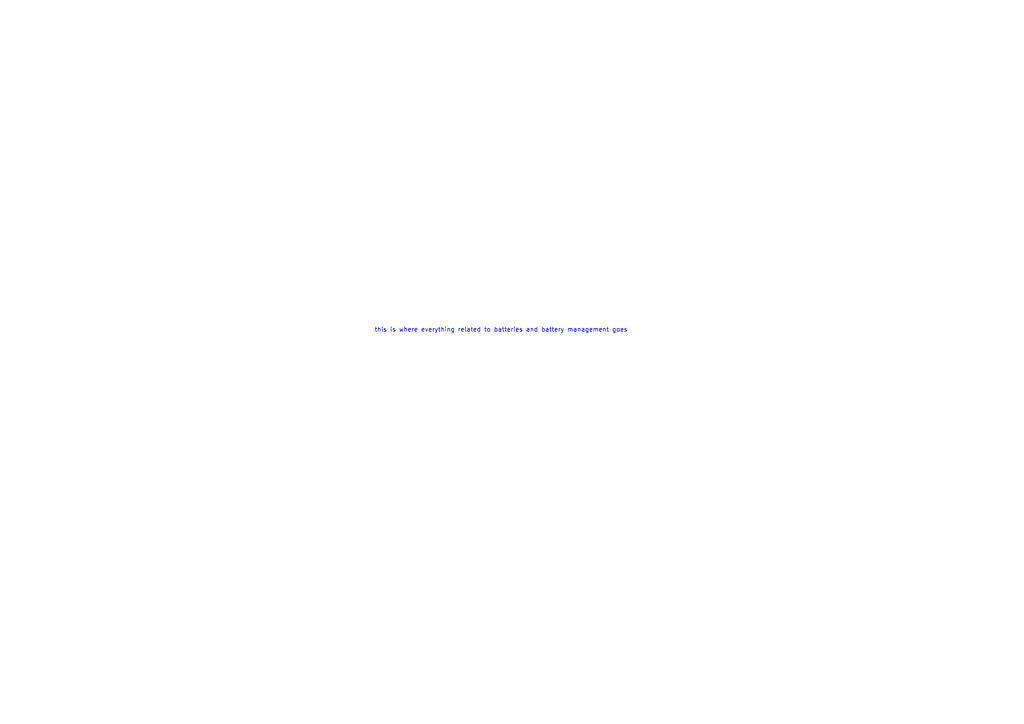
<source format=kicad_sch>
(kicad_sch (version 20211123) (generator eeschema)
  (paper "A4")
  (lib_symbols)
  (text "this is where everything related to batteries and battery management goes" (at 108.585 96.52 0) (effects (font (size 1.27 1.27)) (justify left bottom)))
)
</source>
